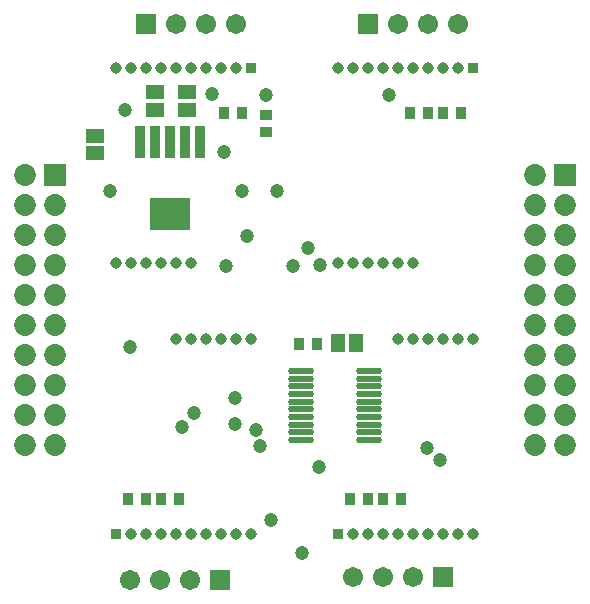
<source format=gbs>
%FSAX43Y43*%
%MOMM*%
G71*
G01*
G75*
G04 Layer_Color=16711935*
%ADD10R,0.700X0.900*%
%ADD11R,0.900X0.700*%
%ADD12C,0.254*%
%ADD13C,0.500*%
%ADD14C,1.500*%
%ADD15R,1.500X1.500*%
%ADD16R,0.765X0.765*%
%ADD17C,0.765*%
%ADD18C,1.650*%
%ADD19R,1.650X1.650*%
%ADD20C,1.000*%
%ADD21R,1.400X1.100*%
%ADD22R,1.100X1.400*%
%ADD23R,0.700X2.500*%
%ADD24R,3.200X2.500*%
%ADD25O,2.000X0.350*%
%ADD26C,0.200*%
%ADD27C,0.203*%
%ADD28C,0.100*%
%ADD29C,0.178*%
%ADD30R,0.903X1.103*%
%ADD31R,1.103X0.903*%
%ADD32C,1.703*%
%ADD33R,1.703X1.703*%
%ADD34R,0.968X0.968*%
%ADD35C,0.968*%
%ADD36C,1.853*%
%ADD37R,1.853X1.853*%
%ADD38C,1.204*%
%ADD39C,1.203*%
%ADD40R,1.603X1.303*%
%ADD41R,1.303X1.603*%
%ADD42R,0.903X2.703*%
%ADD43R,3.403X2.703*%
%ADD44O,2.203X0.553*%
D30*
X0089015Y0046482D02*
D03*
X0087515D02*
D03*
X0084721Y0046482D02*
D03*
X0086221D02*
D03*
X0070183Y0046482D02*
D03*
X0068683D02*
D03*
X0065925Y0046482D02*
D03*
X0067425D02*
D03*
X0091301Y0079121D02*
D03*
X0089801D02*
D03*
X0092595Y0079121D02*
D03*
X0094095D02*
D03*
X0075553Y0079121D02*
D03*
X0074053D02*
D03*
X0081903Y0059563D02*
D03*
X0080403D02*
D03*
D31*
X0077597Y0077482D02*
D03*
Y0078982D02*
D03*
D32*
X0093858Y0086655D02*
D03*
X0091318D02*
D03*
X0088778D02*
D03*
X0075058D02*
D03*
X0072518D02*
D03*
X0069978D02*
D03*
X0066040Y0039624D02*
D03*
X0068580D02*
D03*
X0071120D02*
D03*
X0084943Y0039830D02*
D03*
X0087483D02*
D03*
X0090023D02*
D03*
D33*
X0086238Y0086655D02*
D03*
X0067438D02*
D03*
X0073660Y0039624D02*
D03*
X0092563Y0039830D02*
D03*
D34*
X0083678Y0043455D02*
D03*
X0076348Y0082905D02*
D03*
X0095138D02*
D03*
X0064888Y0043455D02*
D03*
D35*
X0084948D02*
D03*
X0086218D02*
D03*
X0087488D02*
D03*
X0088758D02*
D03*
X0090028D02*
D03*
X0091298D02*
D03*
X0092568D02*
D03*
X0093838D02*
D03*
X0095108D02*
D03*
X0088758Y0059965D02*
D03*
X0090028D02*
D03*
X0091298D02*
D03*
X0092568D02*
D03*
X0093838D02*
D03*
X0095108D02*
D03*
X0075078Y0082905D02*
D03*
X0073808D02*
D03*
X0072538D02*
D03*
X0071268D02*
D03*
X0069998D02*
D03*
X0068728D02*
D03*
X0067458D02*
D03*
X0066188D02*
D03*
X0064918D02*
D03*
X0071268Y0066395D02*
D03*
X0069998D02*
D03*
X0068728D02*
D03*
X0067458D02*
D03*
X0066188D02*
D03*
X0064918D02*
D03*
X0093868Y0082905D02*
D03*
X0092598D02*
D03*
X0091328D02*
D03*
X0090058D02*
D03*
X0088788D02*
D03*
X0087518D02*
D03*
X0086248D02*
D03*
X0084978D02*
D03*
X0083708D02*
D03*
X0090058Y0066395D02*
D03*
X0088788D02*
D03*
X0087518D02*
D03*
X0086248D02*
D03*
X0084978D02*
D03*
X0083708D02*
D03*
X0076318Y0059965D02*
D03*
X0075048D02*
D03*
X0073778D02*
D03*
X0072508D02*
D03*
X0071238D02*
D03*
X0069968D02*
D03*
X0076318Y0043455D02*
D03*
X0075048D02*
D03*
X0073778D02*
D03*
X0072508D02*
D03*
X0071238D02*
D03*
X0069968D02*
D03*
X0068698D02*
D03*
X0067428D02*
D03*
X0066158D02*
D03*
D36*
X0057178Y0051033D02*
D03*
Y0053573D02*
D03*
Y0056113D02*
D03*
Y0063733D02*
D03*
Y0061193D02*
D03*
Y0058653D02*
D03*
Y0071353D02*
D03*
Y0068813D02*
D03*
Y0066273D02*
D03*
Y0073893D02*
D03*
X0059718Y0066273D02*
D03*
Y0068813D02*
D03*
Y0071353D02*
D03*
Y0058653D02*
D03*
Y0061193D02*
D03*
Y0063733D02*
D03*
Y0056113D02*
D03*
Y0053573D02*
D03*
Y0051033D02*
D03*
X0100358D02*
D03*
Y0053573D02*
D03*
Y0056113D02*
D03*
Y0063733D02*
D03*
Y0061193D02*
D03*
Y0058653D02*
D03*
Y0071353D02*
D03*
Y0068813D02*
D03*
Y0066273D02*
D03*
Y0073893D02*
D03*
X0102898Y0066273D02*
D03*
Y0068813D02*
D03*
Y0071353D02*
D03*
Y0058653D02*
D03*
Y0061193D02*
D03*
Y0063733D02*
D03*
Y0056113D02*
D03*
Y0053573D02*
D03*
Y0051033D02*
D03*
D37*
X0059718Y0073893D02*
D03*
X0102898D02*
D03*
D38*
X0074168Y0066167D02*
D03*
X0079883D02*
D03*
X0075946Y0068707D02*
D03*
X0066040Y0059309D02*
D03*
X0092329Y0049784D02*
D03*
X0091186Y0050800D02*
D03*
X0082042Y0049149D02*
D03*
X0080645Y0041910D02*
D03*
X0070485Y0052578D02*
D03*
X0071501Y0053721D02*
D03*
D39*
X0088011Y0080645D02*
D03*
X0077597D02*
D03*
X0065659Y0079375D02*
D03*
X0074041Y0075819D02*
D03*
X0073025Y0080772D02*
D03*
X0082169Y0066294D02*
D03*
X0081153Y0067691D02*
D03*
X0074930Y0054991D02*
D03*
Y0052832D02*
D03*
X0076708Y0052324D02*
D03*
X0077089Y0050927D02*
D03*
X0075553Y0072529D02*
D03*
X0078474D02*
D03*
X0077978Y0044704D02*
D03*
X0064389Y0072517D02*
D03*
D40*
X0070866Y0080887D02*
D03*
Y0079387D02*
D03*
X0068199Y0079387D02*
D03*
Y0080887D02*
D03*
X0063119Y0077204D02*
D03*
Y0075704D02*
D03*
D41*
X0085205Y0059690D02*
D03*
X0083705D02*
D03*
D42*
X0072009Y0076710D02*
D03*
X0070739D02*
D03*
X0069469D02*
D03*
X0068199D02*
D03*
X0066929D02*
D03*
D43*
X0069469Y0070610D02*
D03*
D44*
X0086339Y0057281D02*
D03*
Y0056631D02*
D03*
Y0055981D02*
D03*
Y0055331D02*
D03*
Y0054681D02*
D03*
Y0054031D02*
D03*
Y0053381D02*
D03*
Y0052731D02*
D03*
Y0052081D02*
D03*
Y0051431D02*
D03*
X0080539Y0057281D02*
D03*
Y0056631D02*
D03*
Y0055981D02*
D03*
Y0055331D02*
D03*
Y0054681D02*
D03*
Y0054031D02*
D03*
Y0053381D02*
D03*
Y0052731D02*
D03*
Y0052081D02*
D03*
Y0051431D02*
D03*
M02*

</source>
